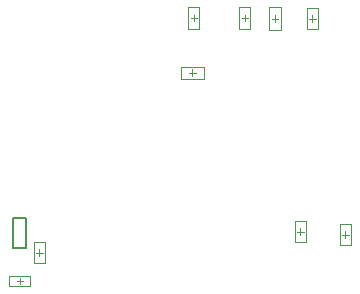
<source format=gbr>
%TF.GenerationSoftware,Altium Limited,Altium Designer,24.10.1 (45)*%
G04 Layer_Color=8388736*
%FSLAX45Y45*%
%MOMM*%
%TF.SameCoordinates,B7086401-7AB7-4448-8119-44CCD126B3FB*%
%TF.FilePolarity,Positive*%
%TF.FileFunction,Other,Top_Courtyard*%
%TF.Part,Single*%
G01*
G75*
%TA.AperFunction,NonConductor*%
%ADD25C,0.20000*%
%ADD28C,0.10000*%
D25*
X4847100Y5697400D02*
X4957100D01*
X4847100D02*
Y5947400D01*
X4957100D01*
Y5697400D02*
Y5947400D01*
D28*
X6330300Y7554300D02*
X6420300D01*
X6330300Y7734300D02*
X6420300D01*
X6330300Y7554300D02*
Y7734300D01*
X6420300Y7554300D02*
Y7734300D01*
X6375300Y7616800D02*
Y7671800D01*
X6347800Y7644300D02*
X6402799D01*
X6457599Y7130200D02*
Y7230200D01*
X6267600Y7130200D02*
Y7230200D01*
Y7130200D02*
X6457599D01*
X6267600Y7230200D02*
X6457599D01*
X6335100Y7180200D02*
X6390099D01*
X6362600Y7152700D02*
Y7207700D01*
X4812100Y5371000D02*
Y5461000D01*
X4992100Y5371000D02*
Y5461000D01*
X4812100D02*
X4992100D01*
X4812100Y5371000D02*
X4992100D01*
X4874600Y5416000D02*
X4929600D01*
X4902100Y5388500D02*
Y5443500D01*
X5022200Y5567300D02*
X5112200D01*
X5022200Y5747300D02*
X5112200D01*
X5022200Y5567300D02*
Y5747300D01*
X5112200Y5567300D02*
Y5747300D01*
X5067200Y5629800D02*
Y5684800D01*
X5039700Y5657300D02*
X5094699D01*
X6762100Y7734300D02*
X6852100D01*
X6762100Y7554300D02*
X6852100D01*
Y7734300D01*
X6762100Y7554300D02*
Y7734300D01*
X6807100Y7616800D02*
Y7671800D01*
X6779600Y7644300D02*
X6834600D01*
X7232000Y5924000D02*
X7322000D01*
X7232000Y5744000D02*
X7322000D01*
Y5924000D01*
X7232000Y5744000D02*
Y5924000D01*
X7277000Y5806500D02*
Y5861500D01*
X7249500Y5834000D02*
X7304500D01*
X7614100Y5898600D02*
X7704100D01*
X7614100Y5718600D02*
X7704100D01*
Y5898600D01*
X7614100Y5718600D02*
Y5898600D01*
X7659100Y5781100D02*
Y5836100D01*
X7631600Y5808600D02*
X7686600D01*
X7333600Y7727400D02*
X7423600D01*
X7333600Y7547400D02*
X7423600D01*
Y7727400D01*
X7333600Y7547400D02*
Y7727400D01*
X7378600Y7609900D02*
Y7664900D01*
X7351100Y7637400D02*
X7406100D01*
X7011100Y7732400D02*
X7111100D01*
X7011100Y7542400D02*
X7111100D01*
Y7732400D01*
X7011100Y7542400D02*
Y7732400D01*
X7061100Y7609900D02*
Y7664900D01*
X7033600Y7637400D02*
X7088599D01*
%TF.MD5,8403a5cf5e5003e1b8cafcb9fbdf4aa6*%
M02*

</source>
